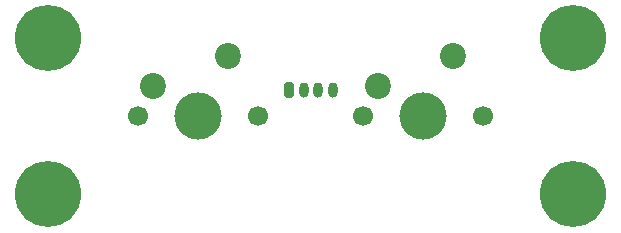
<source format=gbr>
%TF.GenerationSoftware,KiCad,Pcbnew,(7.0.0)*%
%TF.CreationDate,2023-02-21T01:36:48-05:00*%
%TF.ProjectId,Desk Panel,4465736b-2050-4616-9e65-6c2e6b696361,rev?*%
%TF.SameCoordinates,Original*%
%TF.FileFunction,Soldermask,Top*%
%TF.FilePolarity,Negative*%
%FSLAX46Y46*%
G04 Gerber Fmt 4.6, Leading zero omitted, Abs format (unit mm)*
G04 Created by KiCad (PCBNEW (7.0.0)) date 2023-02-21 01:36:48*
%MOMM*%
%LPD*%
G01*
G04 APERTURE LIST*
G04 Aperture macros list*
%AMRoundRect*
0 Rectangle with rounded corners*
0 $1 Rounding radius*
0 $2 $3 $4 $5 $6 $7 $8 $9 X,Y pos of 4 corners*
0 Add a 4 corners polygon primitive as box body*
4,1,4,$2,$3,$4,$5,$6,$7,$8,$9,$2,$3,0*
0 Add four circle primitives for the rounded corners*
1,1,$1+$1,$2,$3*
1,1,$1+$1,$4,$5*
1,1,$1+$1,$6,$7*
1,1,$1+$1,$8,$9*
0 Add four rect primitives between the rounded corners*
20,1,$1+$1,$2,$3,$4,$5,0*
20,1,$1+$1,$4,$5,$6,$7,0*
20,1,$1+$1,$6,$7,$8,$9,0*
20,1,$1+$1,$8,$9,$2,$3,0*%
G04 Aperture macros list end*
%ADD10RoundRect,0.200000X-0.200000X-0.450000X0.200000X-0.450000X0.200000X0.450000X-0.200000X0.450000X0*%
%ADD11O,0.800000X1.300000*%
%ADD12C,3.600000*%
%ADD13C,5.600000*%
%ADD14C,1.700000*%
%ADD15C,4.000000*%
%ADD16C,2.200000*%
G04 APERTURE END LIST*
D10*
%TO.C,Molex2*%
X142800000Y-97350000D03*
D11*
X144049999Y-97349999D03*
X145299999Y-97349999D03*
X146549999Y-97349999D03*
%TD*%
D12*
%TO.C,REF\u002A\u002A*%
X122400000Y-106150000D03*
D13*
X122400000Y-106150000D03*
%TD*%
D14*
%TO.C,DOWN*%
X149120000Y-99550000D03*
D15*
X154200000Y-99550000D03*
D14*
X159280000Y-99550000D03*
D16*
X156740000Y-94470000D03*
X150390000Y-97010000D03*
%TD*%
D12*
%TO.C,*%
X122400000Y-106150000D03*
%TD*%
%TO.C,REF\u002A\u002A*%
X166900000Y-92950000D03*
D13*
X166900000Y-92950000D03*
%TD*%
D12*
%TO.C,REF\u002A\u002A*%
X122400000Y-92950000D03*
D13*
X122400000Y-92950000D03*
%TD*%
D14*
%TO.C,UP*%
X130040000Y-99550000D03*
D15*
X135120000Y-99550000D03*
D14*
X140200000Y-99550000D03*
D16*
X137660000Y-94470000D03*
X131310000Y-97010000D03*
%TD*%
D12*
%TO.C,REF\u002A\u002A*%
X166900000Y-106150000D03*
D13*
X166900000Y-106150000D03*
%TD*%
D12*
%TO.C,*%
X166900000Y-92950000D03*
%TD*%
%TO.C,*%
X166900000Y-106150000D03*
%TD*%
M02*

</source>
